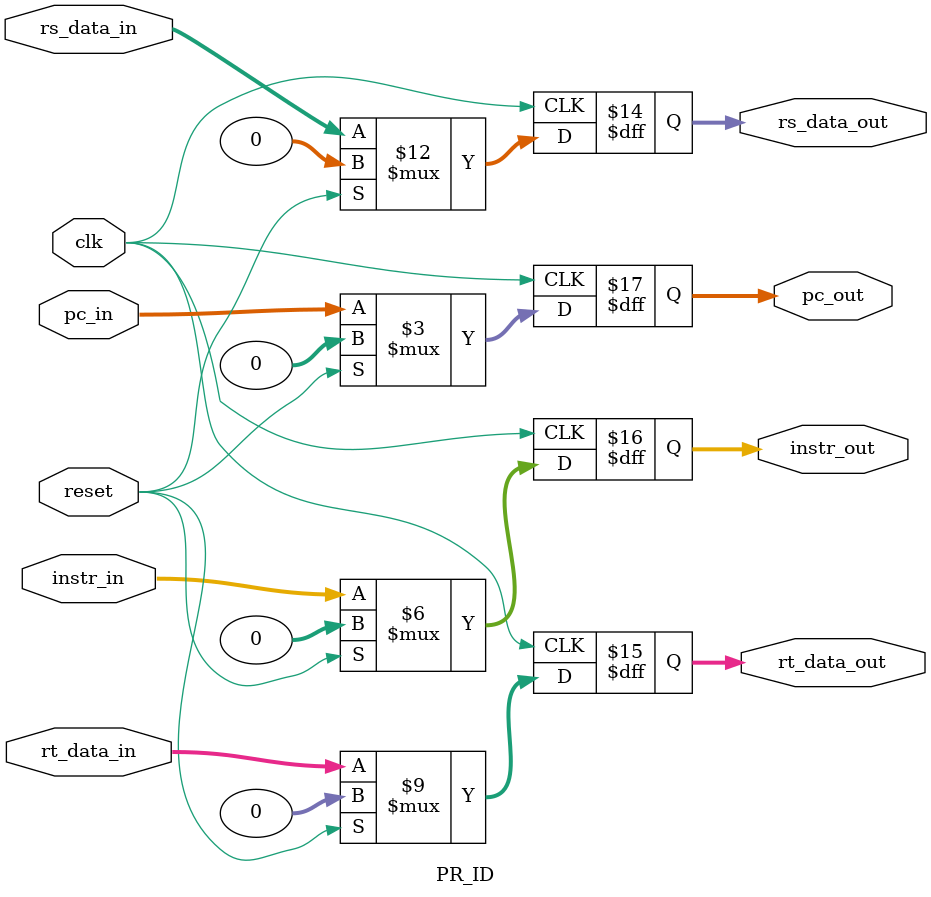
<source format=v>
module PR_ID(
    input             clk,
    input             reset,
    input      [31:0] rs_data_in,
    input      [31:0] rt_data_in,
    input      [31:0] instr_in,
    input      [31:0] pc_in,
    output reg [31:0] rs_data_out,
    output reg [31:0] rt_data_out,
    output reg [31:0] instr_out,
    output reg [31:0] pc_out
);
    always @(posedge clk) begin
        if(reset) begin
            rs_data_out <= 32'd0;
            rt_data_out <= 32'd0;
            instr_out   <= 32'd0;
            pc_out      <= 32'd0;
        end else begin
            rs_data_out <= rs_data_in;
            rt_data_out <= rt_data_in;
            instr_out   <= instr_in;
            pc_out      <= pc_in;
        end
    end
endmodule
</source>
